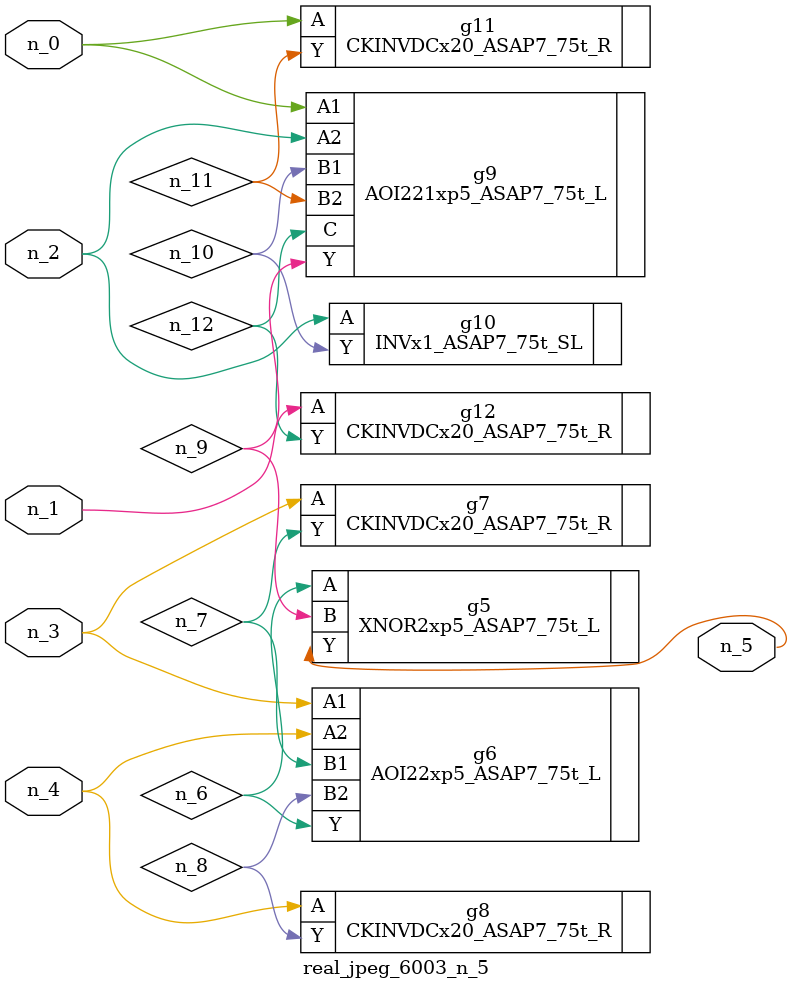
<source format=v>
module real_jpeg_6003_n_5 (n_4, n_0, n_1, n_2, n_3, n_5);

input n_4;
input n_0;
input n_1;
input n_2;
input n_3;

output n_5;

wire n_12;
wire n_8;
wire n_11;
wire n_6;
wire n_7;
wire n_10;
wire n_9;

AOI221xp5_ASAP7_75t_L g9 ( 
.A1(n_0),
.A2(n_2),
.B1(n_10),
.B2(n_11),
.C(n_12),
.Y(n_9)
);

CKINVDCx20_ASAP7_75t_R g11 ( 
.A(n_0),
.Y(n_11)
);

CKINVDCx20_ASAP7_75t_R g12 ( 
.A(n_1),
.Y(n_12)
);

INVx1_ASAP7_75t_SL g10 ( 
.A(n_2),
.Y(n_10)
);

AOI22xp5_ASAP7_75t_L g6 ( 
.A1(n_3),
.A2(n_4),
.B1(n_7),
.B2(n_8),
.Y(n_6)
);

CKINVDCx20_ASAP7_75t_R g7 ( 
.A(n_3),
.Y(n_7)
);

CKINVDCx20_ASAP7_75t_R g8 ( 
.A(n_4),
.Y(n_8)
);

XNOR2xp5_ASAP7_75t_L g5 ( 
.A(n_6),
.B(n_9),
.Y(n_5)
);


endmodule
</source>
